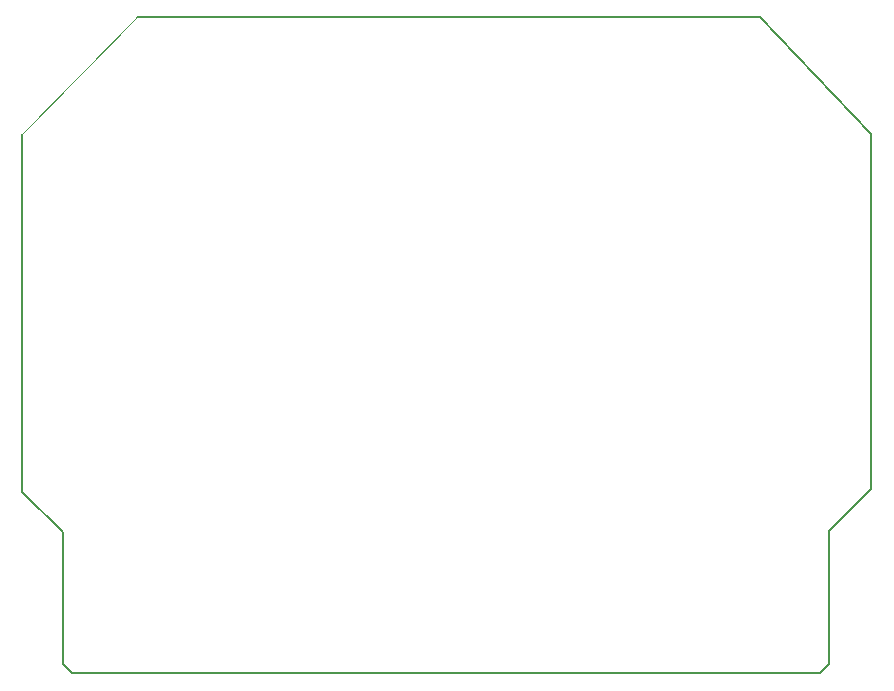
<source format=gbr>
%TF.GenerationSoftware,KiCad,Pcbnew,9.0.0*%
%TF.CreationDate,2025-04-20T21:07:23+01:00*%
%TF.ProjectId,RISKYMSXCart,5249534b-594d-4535-9843-6172742e6b69,rev?*%
%TF.SameCoordinates,Original*%
%TF.FileFunction,Profile,NP*%
%FSLAX46Y46*%
G04 Gerber Fmt 4.6, Leading zero omitted, Abs format (unit mm)*
G04 Created by KiCad (PCBNEW 9.0.0) date 2025-04-20 21:07:23*
%MOMM*%
%LPD*%
G01*
G04 APERTURE LIST*
%TA.AperFunction,Profile*%
%ADD10C,0.203200*%
%TD*%
%TA.AperFunction,Profile*%
%ADD11C,0.050000*%
%TD*%
G04 APERTURE END LIST*
D10*
X122288300Y-77238866D02*
X174993300Y-77238866D01*
D11*
X112560100Y-87073734D02*
X122288300Y-77238866D01*
D10*
X115989100Y-132006334D02*
X115989100Y-120804944D01*
X184442100Y-87073734D02*
X184442100Y-117147334D01*
X180886100Y-120703334D02*
X180886100Y-132006334D01*
X112560100Y-117375944D02*
X112560100Y-87073734D01*
X115989100Y-120804944D02*
X112560100Y-117375944D01*
X180124100Y-132768334D02*
X116751100Y-132768334D01*
X184442100Y-117147334D02*
X180886100Y-120703334D01*
X174993300Y-77238866D02*
X184442100Y-87073734D01*
X116751100Y-132768334D02*
X115989100Y-132006334D01*
X180886100Y-132006334D02*
X180124100Y-132768334D01*
M02*

</source>
